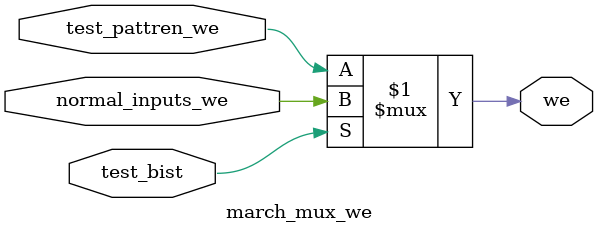
<source format=v>
module march_mux_we(
    normal_inputs_we, 
    test_pattren_we, 
    test_bist, 
    
    we
);

input normal_inputs_we;
input test_pattren_we;
input test_bist;
output we;

wire we;

assign we = (test_bist)? normal_inputs_we:test_pattren_we;

endmodule

</source>
